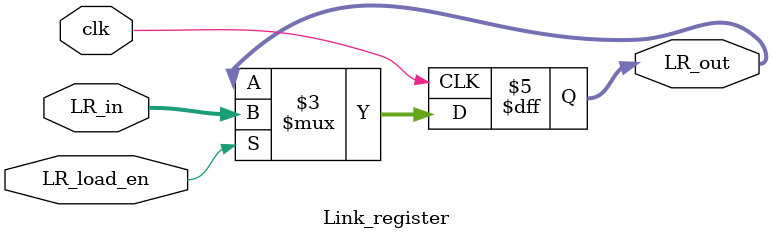
<source format=v>
`timescale 1ns / 1ps


module Link_register(LR_in,LR_out,clk,LR_load_en);
input [7:0] LR_in;
output reg [7:0] LR_out;
input clk;
input LR_load_en;

always @(posedge clk)
begin
    if(LR_load_en)
        LR_out <= LR_in;
    else
        LR_out <= LR_out;
end
endmodule

</source>
